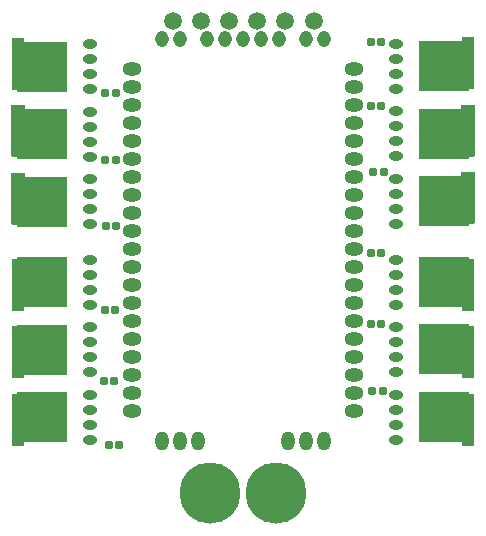
<source format=gbs>
G04 Layer: BottomSolderMaskLayer*
G04 EasyEDA v6.5.22, 2023-04-03 14:03:43*
G04 87db6ba2ad084763a29da5206ccfc978,3cec5f453c3247449836eb28e2eac2c3,10*
G04 Gerber Generator version 0.2*
G04 Scale: 100 percent, Rotated: No, Reflected: No *
G04 Dimensions in inches *
G04 leading zeros omitted , absolute positions ,3 integer and 6 decimal *
%FSLAX36Y36*%
%MOIN*%

%AMMACRO1*4,1,4,-0.0836,-0.083,-0.0836,0.083,0.0836,0.083,0.0836,-0.083,-0.0836,-0.083,0*%
%AMMACRO2*4,1,4,-0.0837,-0.083,-0.0837,0.083,0.0837,0.083,0.0837,-0.083,-0.0837,-0.083,0*%
%AMMACRO3*1,1,$1,$2,$3*1,1,$1,$4,$5*1,1,$1,0-$2,0-$3*1,1,$1,0-$4,0-$5*20,1,$1,$2,$3,$4,$5,0*20,1,$1,$4,$5,0-$2,0-$3,0*20,1,$1,0-$2,0-$3,0-$4,0-$5,0*20,1,$1,0-$4,0-$5,$2,$3,0*4,1,4,$2,$3,$4,$5,0-$2,0-$3,0-$4,0-$5,$2,$3,0*%
%ADD10O,0.063938X0.043938*%
%ADD11O,0.043938X0.053938*%
%ADD12O,0.043938X0.063938*%
%ADD13O,0.04730700000000001X0.030772*%
%ADD14MACRO1*%
%ADD15MACRO2*%
%ADD16MACRO3,0.004X-0.0111X0.0106X-0.0111X-0.0106*%
%ADD17MACRO3,0.004X0.0111X0.0106X0.0111X-0.0106*%
%ADD18MACRO3,0.004X0.0111X-0.0106X0.0111X0.0106*%
%ADD19MACRO3,0.004X-0.0111X-0.0106X-0.0111X0.0106*%
%ADD20C,0.2039*%
%ADD21C,0.0589*%
%ADD22R,0.0440X0.1740*%
%ADD23MACRO3,0.004X-0.02X-0.085X-0.02X0.085*%

%LPD*%
D10*
G01*
X380000Y1425000D03*
G01*
X380000Y1485000D03*
G01*
X380000Y1365000D03*
G01*
X380000Y1125000D03*
G01*
X380000Y1245000D03*
G01*
X380000Y1185000D03*
G01*
X380000Y1305000D03*
D11*
G01*
X540000Y1585000D03*
G01*
X630000Y1585000D03*
G01*
X870000Y1585000D03*
G01*
X690000Y1585000D03*
G01*
X810000Y1585000D03*
G01*
X750000Y1585000D03*
G01*
X480000Y1585000D03*
D10*
G01*
X380000Y1065000D03*
G01*
X380000Y945000D03*
G01*
X380000Y1005000D03*
G01*
X380000Y765000D03*
G01*
X380000Y705000D03*
G01*
X380000Y645000D03*
G01*
X380000Y585000D03*
G01*
X380000Y525000D03*
G01*
X380000Y465000D03*
G01*
X380000Y405000D03*
G01*
X380000Y345000D03*
D12*
G01*
X600000Y245000D03*
G01*
X480000Y245000D03*
G01*
X540000Y245000D03*
G01*
X900000Y245000D03*
G01*
X960000Y245000D03*
G01*
X1020000Y245000D03*
D11*
G01*
X1020000Y1585000D03*
G01*
X960000Y1585000D03*
D10*
G01*
X1120000Y1485000D03*
G01*
X1120000Y1425000D03*
G01*
X1120000Y1185000D03*
G01*
X1120000Y1245000D03*
G01*
X1120000Y1365000D03*
G01*
X1120000Y1305000D03*
G01*
X1120000Y945000D03*
G01*
X1120000Y1005000D03*
G01*
X1120000Y1125000D03*
G01*
X1120000Y1065000D03*
G01*
X1120000Y345000D03*
G01*
X1120000Y405000D03*
G01*
X1120000Y525000D03*
G01*
X1120000Y465000D03*
G01*
X1120000Y585000D03*
G01*
X1120000Y645000D03*
G01*
X1120000Y765000D03*
G01*
X1120000Y705000D03*
G01*
X1120000Y825000D03*
G01*
X1120000Y885000D03*
G01*
X380000Y825000D03*
G01*
X380000Y885000D03*
D13*
G01*
X1258649Y970999D03*
G01*
X1258649Y1020999D03*
G01*
X1258649Y1070999D03*
G01*
X1258649Y1120999D03*
D14*
G01*
X1418649Y1046000D03*
D13*
G01*
X1258649Y1195999D03*
G01*
X1258649Y1245999D03*
G01*
X1258649Y1295999D03*
G01*
X1258649Y1345999D03*
D14*
G01*
X1418649Y1271000D03*
D13*
G01*
X1258649Y1420999D03*
G01*
X1258649Y1470999D03*
G01*
X1258649Y1520999D03*
G01*
X1258649Y1570999D03*
D14*
G01*
X1418649Y1496000D03*
D13*
G01*
X1258649Y250999D03*
G01*
X1258649Y300999D03*
G01*
X1258649Y350999D03*
G01*
X1258649Y400999D03*
D14*
G01*
X1418649Y326000D03*
D13*
G01*
X1258649Y476500D03*
G01*
X1258649Y526500D03*
G01*
X1258649Y576500D03*
G01*
X1258649Y626500D03*
D14*
G01*
X1418649Y551499D03*
D13*
G01*
X1258649Y700999D03*
G01*
X1258649Y750999D03*
G01*
X1258649Y800999D03*
G01*
X1258649Y850999D03*
D14*
G01*
X1418649Y776000D03*
D13*
G01*
X240349Y1119000D03*
G01*
X240349Y1069000D03*
G01*
X240349Y1019000D03*
G01*
X240349Y969000D03*
D15*
G01*
X80350Y1043999D03*
D13*
G01*
X240349Y1344000D03*
G01*
X240349Y1294000D03*
G01*
X240349Y1244000D03*
G01*
X240349Y1194000D03*
D15*
G01*
X80350Y1268999D03*
D13*
G01*
X240349Y1569000D03*
G01*
X240349Y1519000D03*
G01*
X240349Y1469000D03*
G01*
X240349Y1419000D03*
D15*
G01*
X80350Y1493999D03*
D13*
G01*
X240349Y400000D03*
G01*
X240349Y350000D03*
G01*
X240349Y300000D03*
G01*
X240349Y250000D03*
D15*
G01*
X80350Y325000D03*
D13*
G01*
X240349Y625000D03*
G01*
X240349Y575000D03*
G01*
X240349Y525000D03*
G01*
X240349Y475000D03*
D15*
G01*
X80350Y550000D03*
D13*
G01*
X239850Y849499D03*
G01*
X239850Y799499D03*
G01*
X239850Y749499D03*
G01*
X239850Y699499D03*
D15*
G01*
X79849Y774500D03*
D16*
G01*
X1215040Y412500D03*
D17*
G01*
X1180959Y412500D03*
D16*
G01*
X1210040Y637000D03*
D17*
G01*
X1175959Y637000D03*
D16*
G01*
X1210040Y872000D03*
D17*
G01*
X1175959Y872000D03*
D18*
G01*
X292459Y961500D03*
D19*
G01*
X326540Y961500D03*
D18*
G01*
X290459Y1182999D03*
D19*
G01*
X324540Y1182999D03*
D18*
G01*
X290959Y1406500D03*
D19*
G01*
X325040Y1406500D03*
D18*
G01*
X303459Y231500D03*
D19*
G01*
X337540Y231500D03*
D18*
G01*
X284959Y445999D03*
D19*
G01*
X319040Y445999D03*
D18*
G01*
X289959Y684000D03*
D19*
G01*
X324040Y684000D03*
D16*
G01*
X1218040Y1142999D03*
D17*
G01*
X1183959Y1142999D03*
D16*
G01*
X1209040Y1364000D03*
D17*
G01*
X1174959Y1364000D03*
D16*
G01*
X1209040Y1577500D03*
D17*
G01*
X1174959Y1577500D03*
D20*
G01*
X640000Y74000D03*
G01*
X860000Y74000D03*
D21*
G01*
X703000Y1645000D03*
G01*
X796999Y1645000D03*
G01*
X609000Y1645000D03*
G01*
X985000Y1645000D03*
G01*
X891000Y1645000D03*
G01*
X515000Y1645000D03*
D22*
G01*
X0Y1504000D03*
D23*
G01*
X0Y1279059D03*
G01*
X0Y1054059D03*
D22*
G01*
X0Y766500D03*
G01*
X0Y541999D03*
G01*
X0Y316999D03*
G01*
X1500000Y316500D03*
G01*
X1500000Y541500D03*
G01*
X1500000Y765999D03*
D23*
G01*
X1500000Y1054490D03*
G01*
X1500000Y1279490D03*
D22*
G01*
X1500000Y1504499D03*
M02*

</source>
